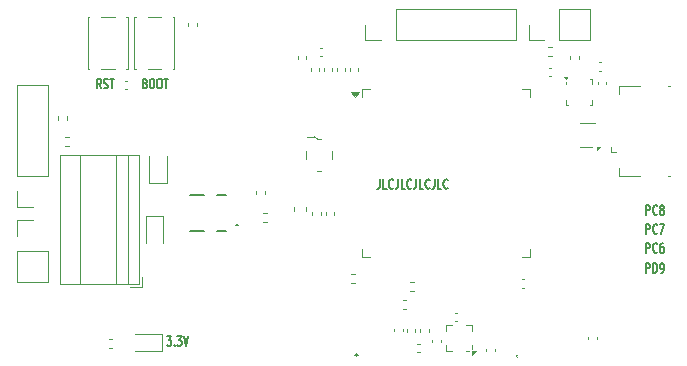
<source format=gbr>
%TF.GenerationSoftware,KiCad,Pcbnew,8.0.6*%
%TF.CreationDate,2025-01-17T09:04:30-05:00*%
%TF.ProjectId,Vanguard_V2,56616e67-7561-4726-945f-56322e6b6963,rev?*%
%TF.SameCoordinates,Original*%
%TF.FileFunction,Legend,Top*%
%TF.FilePolarity,Positive*%
%FSLAX46Y46*%
G04 Gerber Fmt 4.6, Leading zero omitted, Abs format (unit mm)*
G04 Created by KiCad (PCBNEW 8.0.6) date 2025-01-17 09:04:30*
%MOMM*%
%LPD*%
G01*
G04 APERTURE LIST*
%ADD10C,0.150000*%
%ADD11C,0.200000*%
%ADD12C,0.100000*%
%ADD13C,0.120000*%
G04 APERTURE END LIST*
D10*
X110684398Y-100694295D02*
X111055826Y-100694295D01*
X111055826Y-100694295D02*
X110855826Y-100999057D01*
X110855826Y-100999057D02*
X110941541Y-100999057D01*
X110941541Y-100999057D02*
X110998684Y-101037152D01*
X110998684Y-101037152D02*
X111027255Y-101075247D01*
X111027255Y-101075247D02*
X111055826Y-101151438D01*
X111055826Y-101151438D02*
X111055826Y-101341914D01*
X111055826Y-101341914D02*
X111027255Y-101418104D01*
X111027255Y-101418104D02*
X110998684Y-101456200D01*
X110998684Y-101456200D02*
X110941541Y-101494295D01*
X110941541Y-101494295D02*
X110770112Y-101494295D01*
X110770112Y-101494295D02*
X110712969Y-101456200D01*
X110712969Y-101456200D02*
X110684398Y-101418104D01*
X111312970Y-101418104D02*
X111341541Y-101456200D01*
X111341541Y-101456200D02*
X111312970Y-101494295D01*
X111312970Y-101494295D02*
X111284398Y-101456200D01*
X111284398Y-101456200D02*
X111312970Y-101418104D01*
X111312970Y-101418104D02*
X111312970Y-101494295D01*
X111541541Y-100694295D02*
X111912969Y-100694295D01*
X111912969Y-100694295D02*
X111712969Y-100999057D01*
X111712969Y-100999057D02*
X111798684Y-100999057D01*
X111798684Y-100999057D02*
X111855827Y-101037152D01*
X111855827Y-101037152D02*
X111884398Y-101075247D01*
X111884398Y-101075247D02*
X111912969Y-101151438D01*
X111912969Y-101151438D02*
X111912969Y-101341914D01*
X111912969Y-101341914D02*
X111884398Y-101418104D01*
X111884398Y-101418104D02*
X111855827Y-101456200D01*
X111855827Y-101456200D02*
X111798684Y-101494295D01*
X111798684Y-101494295D02*
X111627255Y-101494295D01*
X111627255Y-101494295D02*
X111570112Y-101456200D01*
X111570112Y-101456200D02*
X111541541Y-101418104D01*
X112084398Y-100694295D02*
X112284398Y-101494295D01*
X112284398Y-101494295D02*
X112484398Y-100694295D01*
X105084398Y-79694295D02*
X104884398Y-79313342D01*
X104741541Y-79694295D02*
X104741541Y-78894295D01*
X104741541Y-78894295D02*
X104970112Y-78894295D01*
X104970112Y-78894295D02*
X105027255Y-78932390D01*
X105027255Y-78932390D02*
X105055826Y-78970485D01*
X105055826Y-78970485D02*
X105084398Y-79046676D01*
X105084398Y-79046676D02*
X105084398Y-79160961D01*
X105084398Y-79160961D02*
X105055826Y-79237152D01*
X105055826Y-79237152D02*
X105027255Y-79275247D01*
X105027255Y-79275247D02*
X104970112Y-79313342D01*
X104970112Y-79313342D02*
X104741541Y-79313342D01*
X105312969Y-79656200D02*
X105398684Y-79694295D01*
X105398684Y-79694295D02*
X105541541Y-79694295D01*
X105541541Y-79694295D02*
X105598684Y-79656200D01*
X105598684Y-79656200D02*
X105627255Y-79618104D01*
X105627255Y-79618104D02*
X105655826Y-79541914D01*
X105655826Y-79541914D02*
X105655826Y-79465723D01*
X105655826Y-79465723D02*
X105627255Y-79389533D01*
X105627255Y-79389533D02*
X105598684Y-79351438D01*
X105598684Y-79351438D02*
X105541541Y-79313342D01*
X105541541Y-79313342D02*
X105427255Y-79275247D01*
X105427255Y-79275247D02*
X105370112Y-79237152D01*
X105370112Y-79237152D02*
X105341541Y-79199057D01*
X105341541Y-79199057D02*
X105312969Y-79122866D01*
X105312969Y-79122866D02*
X105312969Y-79046676D01*
X105312969Y-79046676D02*
X105341541Y-78970485D01*
X105341541Y-78970485D02*
X105370112Y-78932390D01*
X105370112Y-78932390D02*
X105427255Y-78894295D01*
X105427255Y-78894295D02*
X105570112Y-78894295D01*
X105570112Y-78894295D02*
X105655826Y-78932390D01*
X105827255Y-78894295D02*
X106170113Y-78894295D01*
X105998684Y-79694295D02*
X105998684Y-78894295D01*
X151241541Y-93594295D02*
X151241541Y-92794295D01*
X151241541Y-92794295D02*
X151470112Y-92794295D01*
X151470112Y-92794295D02*
X151527255Y-92832390D01*
X151527255Y-92832390D02*
X151555826Y-92870485D01*
X151555826Y-92870485D02*
X151584398Y-92946676D01*
X151584398Y-92946676D02*
X151584398Y-93060961D01*
X151584398Y-93060961D02*
X151555826Y-93137152D01*
X151555826Y-93137152D02*
X151527255Y-93175247D01*
X151527255Y-93175247D02*
X151470112Y-93213342D01*
X151470112Y-93213342D02*
X151241541Y-93213342D01*
X152184398Y-93518104D02*
X152155826Y-93556200D01*
X152155826Y-93556200D02*
X152070112Y-93594295D01*
X152070112Y-93594295D02*
X152012969Y-93594295D01*
X152012969Y-93594295D02*
X151927255Y-93556200D01*
X151927255Y-93556200D02*
X151870112Y-93480009D01*
X151870112Y-93480009D02*
X151841541Y-93403819D01*
X151841541Y-93403819D02*
X151812969Y-93251438D01*
X151812969Y-93251438D02*
X151812969Y-93137152D01*
X151812969Y-93137152D02*
X151841541Y-92984771D01*
X151841541Y-92984771D02*
X151870112Y-92908580D01*
X151870112Y-92908580D02*
X151927255Y-92832390D01*
X151927255Y-92832390D02*
X152012969Y-92794295D01*
X152012969Y-92794295D02*
X152070112Y-92794295D01*
X152070112Y-92794295D02*
X152155826Y-92832390D01*
X152155826Y-92832390D02*
X152184398Y-92870485D01*
X152698684Y-92794295D02*
X152584398Y-92794295D01*
X152584398Y-92794295D02*
X152527255Y-92832390D01*
X152527255Y-92832390D02*
X152498684Y-92870485D01*
X152498684Y-92870485D02*
X152441541Y-92984771D01*
X152441541Y-92984771D02*
X152412969Y-93137152D01*
X152412969Y-93137152D02*
X152412969Y-93441914D01*
X152412969Y-93441914D02*
X152441541Y-93518104D01*
X152441541Y-93518104D02*
X152470112Y-93556200D01*
X152470112Y-93556200D02*
X152527255Y-93594295D01*
X152527255Y-93594295D02*
X152641541Y-93594295D01*
X152641541Y-93594295D02*
X152698684Y-93556200D01*
X152698684Y-93556200D02*
X152727255Y-93518104D01*
X152727255Y-93518104D02*
X152755826Y-93441914D01*
X152755826Y-93441914D02*
X152755826Y-93251438D01*
X152755826Y-93251438D02*
X152727255Y-93175247D01*
X152727255Y-93175247D02*
X152698684Y-93137152D01*
X152698684Y-93137152D02*
X152641541Y-93099057D01*
X152641541Y-93099057D02*
X152527255Y-93099057D01*
X152527255Y-93099057D02*
X152470112Y-93137152D01*
X152470112Y-93137152D02*
X152441541Y-93175247D01*
X152441541Y-93175247D02*
X152412969Y-93251438D01*
X108841541Y-79275247D02*
X108927255Y-79313342D01*
X108927255Y-79313342D02*
X108955826Y-79351438D01*
X108955826Y-79351438D02*
X108984398Y-79427628D01*
X108984398Y-79427628D02*
X108984398Y-79541914D01*
X108984398Y-79541914D02*
X108955826Y-79618104D01*
X108955826Y-79618104D02*
X108927255Y-79656200D01*
X108927255Y-79656200D02*
X108870112Y-79694295D01*
X108870112Y-79694295D02*
X108641541Y-79694295D01*
X108641541Y-79694295D02*
X108641541Y-78894295D01*
X108641541Y-78894295D02*
X108841541Y-78894295D01*
X108841541Y-78894295D02*
X108898684Y-78932390D01*
X108898684Y-78932390D02*
X108927255Y-78970485D01*
X108927255Y-78970485D02*
X108955826Y-79046676D01*
X108955826Y-79046676D02*
X108955826Y-79122866D01*
X108955826Y-79122866D02*
X108927255Y-79199057D01*
X108927255Y-79199057D02*
X108898684Y-79237152D01*
X108898684Y-79237152D02*
X108841541Y-79275247D01*
X108841541Y-79275247D02*
X108641541Y-79275247D01*
X109355826Y-78894295D02*
X109470112Y-78894295D01*
X109470112Y-78894295D02*
X109527255Y-78932390D01*
X109527255Y-78932390D02*
X109584398Y-79008580D01*
X109584398Y-79008580D02*
X109612969Y-79160961D01*
X109612969Y-79160961D02*
X109612969Y-79427628D01*
X109612969Y-79427628D02*
X109584398Y-79580009D01*
X109584398Y-79580009D02*
X109527255Y-79656200D01*
X109527255Y-79656200D02*
X109470112Y-79694295D01*
X109470112Y-79694295D02*
X109355826Y-79694295D01*
X109355826Y-79694295D02*
X109298684Y-79656200D01*
X109298684Y-79656200D02*
X109241541Y-79580009D01*
X109241541Y-79580009D02*
X109212969Y-79427628D01*
X109212969Y-79427628D02*
X109212969Y-79160961D01*
X109212969Y-79160961D02*
X109241541Y-79008580D01*
X109241541Y-79008580D02*
X109298684Y-78932390D01*
X109298684Y-78932390D02*
X109355826Y-78894295D01*
X109984397Y-78894295D02*
X110098683Y-78894295D01*
X110098683Y-78894295D02*
X110155826Y-78932390D01*
X110155826Y-78932390D02*
X110212969Y-79008580D01*
X110212969Y-79008580D02*
X110241540Y-79160961D01*
X110241540Y-79160961D02*
X110241540Y-79427628D01*
X110241540Y-79427628D02*
X110212969Y-79580009D01*
X110212969Y-79580009D02*
X110155826Y-79656200D01*
X110155826Y-79656200D02*
X110098683Y-79694295D01*
X110098683Y-79694295D02*
X109984397Y-79694295D01*
X109984397Y-79694295D02*
X109927255Y-79656200D01*
X109927255Y-79656200D02*
X109870112Y-79580009D01*
X109870112Y-79580009D02*
X109841540Y-79427628D01*
X109841540Y-79427628D02*
X109841540Y-79160961D01*
X109841540Y-79160961D02*
X109870112Y-79008580D01*
X109870112Y-79008580D02*
X109927255Y-78932390D01*
X109927255Y-78932390D02*
X109984397Y-78894295D01*
X110412968Y-78894295D02*
X110755826Y-78894295D01*
X110584397Y-79694295D02*
X110584397Y-78894295D01*
X128712969Y-87394295D02*
X128712969Y-87965723D01*
X128712969Y-87965723D02*
X128684398Y-88080009D01*
X128684398Y-88080009D02*
X128627255Y-88156200D01*
X128627255Y-88156200D02*
X128541541Y-88194295D01*
X128541541Y-88194295D02*
X128484398Y-88194295D01*
X129284398Y-88194295D02*
X128998684Y-88194295D01*
X128998684Y-88194295D02*
X128998684Y-87394295D01*
X129827255Y-88118104D02*
X129798683Y-88156200D01*
X129798683Y-88156200D02*
X129712969Y-88194295D01*
X129712969Y-88194295D02*
X129655826Y-88194295D01*
X129655826Y-88194295D02*
X129570112Y-88156200D01*
X129570112Y-88156200D02*
X129512969Y-88080009D01*
X129512969Y-88080009D02*
X129484398Y-88003819D01*
X129484398Y-88003819D02*
X129455826Y-87851438D01*
X129455826Y-87851438D02*
X129455826Y-87737152D01*
X129455826Y-87737152D02*
X129484398Y-87584771D01*
X129484398Y-87584771D02*
X129512969Y-87508580D01*
X129512969Y-87508580D02*
X129570112Y-87432390D01*
X129570112Y-87432390D02*
X129655826Y-87394295D01*
X129655826Y-87394295D02*
X129712969Y-87394295D01*
X129712969Y-87394295D02*
X129798683Y-87432390D01*
X129798683Y-87432390D02*
X129827255Y-87470485D01*
X130255826Y-87394295D02*
X130255826Y-87965723D01*
X130255826Y-87965723D02*
X130227255Y-88080009D01*
X130227255Y-88080009D02*
X130170112Y-88156200D01*
X130170112Y-88156200D02*
X130084398Y-88194295D01*
X130084398Y-88194295D02*
X130027255Y-88194295D01*
X130827255Y-88194295D02*
X130541541Y-88194295D01*
X130541541Y-88194295D02*
X130541541Y-87394295D01*
X131370112Y-88118104D02*
X131341540Y-88156200D01*
X131341540Y-88156200D02*
X131255826Y-88194295D01*
X131255826Y-88194295D02*
X131198683Y-88194295D01*
X131198683Y-88194295D02*
X131112969Y-88156200D01*
X131112969Y-88156200D02*
X131055826Y-88080009D01*
X131055826Y-88080009D02*
X131027255Y-88003819D01*
X131027255Y-88003819D02*
X130998683Y-87851438D01*
X130998683Y-87851438D02*
X130998683Y-87737152D01*
X130998683Y-87737152D02*
X131027255Y-87584771D01*
X131027255Y-87584771D02*
X131055826Y-87508580D01*
X131055826Y-87508580D02*
X131112969Y-87432390D01*
X131112969Y-87432390D02*
X131198683Y-87394295D01*
X131198683Y-87394295D02*
X131255826Y-87394295D01*
X131255826Y-87394295D02*
X131341540Y-87432390D01*
X131341540Y-87432390D02*
X131370112Y-87470485D01*
X131798683Y-87394295D02*
X131798683Y-87965723D01*
X131798683Y-87965723D02*
X131770112Y-88080009D01*
X131770112Y-88080009D02*
X131712969Y-88156200D01*
X131712969Y-88156200D02*
X131627255Y-88194295D01*
X131627255Y-88194295D02*
X131570112Y-88194295D01*
X132370112Y-88194295D02*
X132084398Y-88194295D01*
X132084398Y-88194295D02*
X132084398Y-87394295D01*
X132912969Y-88118104D02*
X132884397Y-88156200D01*
X132884397Y-88156200D02*
X132798683Y-88194295D01*
X132798683Y-88194295D02*
X132741540Y-88194295D01*
X132741540Y-88194295D02*
X132655826Y-88156200D01*
X132655826Y-88156200D02*
X132598683Y-88080009D01*
X132598683Y-88080009D02*
X132570112Y-88003819D01*
X132570112Y-88003819D02*
X132541540Y-87851438D01*
X132541540Y-87851438D02*
X132541540Y-87737152D01*
X132541540Y-87737152D02*
X132570112Y-87584771D01*
X132570112Y-87584771D02*
X132598683Y-87508580D01*
X132598683Y-87508580D02*
X132655826Y-87432390D01*
X132655826Y-87432390D02*
X132741540Y-87394295D01*
X132741540Y-87394295D02*
X132798683Y-87394295D01*
X132798683Y-87394295D02*
X132884397Y-87432390D01*
X132884397Y-87432390D02*
X132912969Y-87470485D01*
X133341540Y-87394295D02*
X133341540Y-87965723D01*
X133341540Y-87965723D02*
X133312969Y-88080009D01*
X133312969Y-88080009D02*
X133255826Y-88156200D01*
X133255826Y-88156200D02*
X133170112Y-88194295D01*
X133170112Y-88194295D02*
X133112969Y-88194295D01*
X133912969Y-88194295D02*
X133627255Y-88194295D01*
X133627255Y-88194295D02*
X133627255Y-87394295D01*
X134455826Y-88118104D02*
X134427254Y-88156200D01*
X134427254Y-88156200D02*
X134341540Y-88194295D01*
X134341540Y-88194295D02*
X134284397Y-88194295D01*
X134284397Y-88194295D02*
X134198683Y-88156200D01*
X134198683Y-88156200D02*
X134141540Y-88080009D01*
X134141540Y-88080009D02*
X134112969Y-88003819D01*
X134112969Y-88003819D02*
X134084397Y-87851438D01*
X134084397Y-87851438D02*
X134084397Y-87737152D01*
X134084397Y-87737152D02*
X134112969Y-87584771D01*
X134112969Y-87584771D02*
X134141540Y-87508580D01*
X134141540Y-87508580D02*
X134198683Y-87432390D01*
X134198683Y-87432390D02*
X134284397Y-87394295D01*
X134284397Y-87394295D02*
X134341540Y-87394295D01*
X134341540Y-87394295D02*
X134427254Y-87432390D01*
X134427254Y-87432390D02*
X134455826Y-87470485D01*
X151241541Y-91994295D02*
X151241541Y-91194295D01*
X151241541Y-91194295D02*
X151470112Y-91194295D01*
X151470112Y-91194295D02*
X151527255Y-91232390D01*
X151527255Y-91232390D02*
X151555826Y-91270485D01*
X151555826Y-91270485D02*
X151584398Y-91346676D01*
X151584398Y-91346676D02*
X151584398Y-91460961D01*
X151584398Y-91460961D02*
X151555826Y-91537152D01*
X151555826Y-91537152D02*
X151527255Y-91575247D01*
X151527255Y-91575247D02*
X151470112Y-91613342D01*
X151470112Y-91613342D02*
X151241541Y-91613342D01*
X152184398Y-91918104D02*
X152155826Y-91956200D01*
X152155826Y-91956200D02*
X152070112Y-91994295D01*
X152070112Y-91994295D02*
X152012969Y-91994295D01*
X152012969Y-91994295D02*
X151927255Y-91956200D01*
X151927255Y-91956200D02*
X151870112Y-91880009D01*
X151870112Y-91880009D02*
X151841541Y-91803819D01*
X151841541Y-91803819D02*
X151812969Y-91651438D01*
X151812969Y-91651438D02*
X151812969Y-91537152D01*
X151812969Y-91537152D02*
X151841541Y-91384771D01*
X151841541Y-91384771D02*
X151870112Y-91308580D01*
X151870112Y-91308580D02*
X151927255Y-91232390D01*
X151927255Y-91232390D02*
X152012969Y-91194295D01*
X152012969Y-91194295D02*
X152070112Y-91194295D01*
X152070112Y-91194295D02*
X152155826Y-91232390D01*
X152155826Y-91232390D02*
X152184398Y-91270485D01*
X152384398Y-91194295D02*
X152784398Y-91194295D01*
X152784398Y-91194295D02*
X152527255Y-91994295D01*
X151241541Y-90394295D02*
X151241541Y-89594295D01*
X151241541Y-89594295D02*
X151470112Y-89594295D01*
X151470112Y-89594295D02*
X151527255Y-89632390D01*
X151527255Y-89632390D02*
X151555826Y-89670485D01*
X151555826Y-89670485D02*
X151584398Y-89746676D01*
X151584398Y-89746676D02*
X151584398Y-89860961D01*
X151584398Y-89860961D02*
X151555826Y-89937152D01*
X151555826Y-89937152D02*
X151527255Y-89975247D01*
X151527255Y-89975247D02*
X151470112Y-90013342D01*
X151470112Y-90013342D02*
X151241541Y-90013342D01*
X152184398Y-90318104D02*
X152155826Y-90356200D01*
X152155826Y-90356200D02*
X152070112Y-90394295D01*
X152070112Y-90394295D02*
X152012969Y-90394295D01*
X152012969Y-90394295D02*
X151927255Y-90356200D01*
X151927255Y-90356200D02*
X151870112Y-90280009D01*
X151870112Y-90280009D02*
X151841541Y-90203819D01*
X151841541Y-90203819D02*
X151812969Y-90051438D01*
X151812969Y-90051438D02*
X151812969Y-89937152D01*
X151812969Y-89937152D02*
X151841541Y-89784771D01*
X151841541Y-89784771D02*
X151870112Y-89708580D01*
X151870112Y-89708580D02*
X151927255Y-89632390D01*
X151927255Y-89632390D02*
X152012969Y-89594295D01*
X152012969Y-89594295D02*
X152070112Y-89594295D01*
X152070112Y-89594295D02*
X152155826Y-89632390D01*
X152155826Y-89632390D02*
X152184398Y-89670485D01*
X152527255Y-89937152D02*
X152470112Y-89899057D01*
X152470112Y-89899057D02*
X152441541Y-89860961D01*
X152441541Y-89860961D02*
X152412969Y-89784771D01*
X152412969Y-89784771D02*
X152412969Y-89746676D01*
X152412969Y-89746676D02*
X152441541Y-89670485D01*
X152441541Y-89670485D02*
X152470112Y-89632390D01*
X152470112Y-89632390D02*
X152527255Y-89594295D01*
X152527255Y-89594295D02*
X152641541Y-89594295D01*
X152641541Y-89594295D02*
X152698684Y-89632390D01*
X152698684Y-89632390D02*
X152727255Y-89670485D01*
X152727255Y-89670485D02*
X152755826Y-89746676D01*
X152755826Y-89746676D02*
X152755826Y-89784771D01*
X152755826Y-89784771D02*
X152727255Y-89860961D01*
X152727255Y-89860961D02*
X152698684Y-89899057D01*
X152698684Y-89899057D02*
X152641541Y-89937152D01*
X152641541Y-89937152D02*
X152527255Y-89937152D01*
X152527255Y-89937152D02*
X152470112Y-89975247D01*
X152470112Y-89975247D02*
X152441541Y-90013342D01*
X152441541Y-90013342D02*
X152412969Y-90089533D01*
X152412969Y-90089533D02*
X152412969Y-90241914D01*
X152412969Y-90241914D02*
X152441541Y-90318104D01*
X152441541Y-90318104D02*
X152470112Y-90356200D01*
X152470112Y-90356200D02*
X152527255Y-90394295D01*
X152527255Y-90394295D02*
X152641541Y-90394295D01*
X152641541Y-90394295D02*
X152698684Y-90356200D01*
X152698684Y-90356200D02*
X152727255Y-90318104D01*
X152727255Y-90318104D02*
X152755826Y-90241914D01*
X152755826Y-90241914D02*
X152755826Y-90089533D01*
X152755826Y-90089533D02*
X152727255Y-90013342D01*
X152727255Y-90013342D02*
X152698684Y-89975247D01*
X152698684Y-89975247D02*
X152641541Y-89937152D01*
X151241541Y-95294295D02*
X151241541Y-94494295D01*
X151241541Y-94494295D02*
X151470112Y-94494295D01*
X151470112Y-94494295D02*
X151527255Y-94532390D01*
X151527255Y-94532390D02*
X151555826Y-94570485D01*
X151555826Y-94570485D02*
X151584398Y-94646676D01*
X151584398Y-94646676D02*
X151584398Y-94760961D01*
X151584398Y-94760961D02*
X151555826Y-94837152D01*
X151555826Y-94837152D02*
X151527255Y-94875247D01*
X151527255Y-94875247D02*
X151470112Y-94913342D01*
X151470112Y-94913342D02*
X151241541Y-94913342D01*
X151841541Y-95294295D02*
X151841541Y-94494295D01*
X151841541Y-94494295D02*
X151984398Y-94494295D01*
X151984398Y-94494295D02*
X152070112Y-94532390D01*
X152070112Y-94532390D02*
X152127255Y-94608580D01*
X152127255Y-94608580D02*
X152155826Y-94684771D01*
X152155826Y-94684771D02*
X152184398Y-94837152D01*
X152184398Y-94837152D02*
X152184398Y-94951438D01*
X152184398Y-94951438D02*
X152155826Y-95103819D01*
X152155826Y-95103819D02*
X152127255Y-95180009D01*
X152127255Y-95180009D02*
X152070112Y-95256200D01*
X152070112Y-95256200D02*
X151984398Y-95294295D01*
X151984398Y-95294295D02*
X151841541Y-95294295D01*
X152470112Y-95294295D02*
X152584398Y-95294295D01*
X152584398Y-95294295D02*
X152641541Y-95256200D01*
X152641541Y-95256200D02*
X152670112Y-95218104D01*
X152670112Y-95218104D02*
X152727255Y-95103819D01*
X152727255Y-95103819D02*
X152755826Y-94951438D01*
X152755826Y-94951438D02*
X152755826Y-94646676D01*
X152755826Y-94646676D02*
X152727255Y-94570485D01*
X152727255Y-94570485D02*
X152698684Y-94532390D01*
X152698684Y-94532390D02*
X152641541Y-94494295D01*
X152641541Y-94494295D02*
X152527255Y-94494295D01*
X152527255Y-94494295D02*
X152470112Y-94532390D01*
X152470112Y-94532390D02*
X152441541Y-94570485D01*
X152441541Y-94570485D02*
X152412969Y-94646676D01*
X152412969Y-94646676D02*
X152412969Y-94837152D01*
X152412969Y-94837152D02*
X152441541Y-94913342D01*
X152441541Y-94913342D02*
X152470112Y-94951438D01*
X152470112Y-94951438D02*
X152527255Y-94989533D01*
X152527255Y-94989533D02*
X152641541Y-94989533D01*
X152641541Y-94989533D02*
X152698684Y-94951438D01*
X152698684Y-94951438D02*
X152727255Y-94913342D01*
X152727255Y-94913342D02*
X152755826Y-94837152D01*
D11*
%TO.C,Q1*%
X112625000Y-91800000D02*
X113850000Y-91800000D01*
X112625000Y-88750000D02*
X113850000Y-88750000D01*
X114950000Y-88750000D02*
X115675000Y-88750000D01*
X114950000Y-91800000D02*
X115675000Y-91800000D01*
X116550000Y-91250000D02*
X116550000Y-91250000D01*
X116650000Y-91250000D02*
X116650000Y-91250000D01*
X116550000Y-91250000D02*
X116550000Y-91250000D01*
X116650000Y-91250000D02*
G75*
G02*
X116550000Y-91250000I-50000J0D01*
G01*
X116550000Y-91250000D02*
G75*
G02*
X116650000Y-91250000I50000J0D01*
G01*
X116650000Y-91250000D02*
G75*
G02*
X116550000Y-91250000I-50000J0D01*
G01*
D12*
%TO.C,IC3*%
X140272000Y-102402000D02*
X140272000Y-102402000D01*
X140272000Y-102302000D02*
X140272000Y-102302000D01*
X140272000Y-102302000D02*
G75*
G02*
X140272000Y-102402000I0J-50000D01*
G01*
X140272000Y-102402000D02*
G75*
G02*
X140272000Y-102302000I0J50000D01*
G01*
D13*
%TO.C,J1*%
X97984000Y-90867000D02*
X99314000Y-90867000D01*
X97984000Y-92197000D02*
X97984000Y-90867000D01*
X97984000Y-93467000D02*
X97984000Y-96067000D01*
X97984000Y-93467000D02*
X100644000Y-93467000D01*
X97984000Y-96067000D02*
X100644000Y-96067000D01*
X100644000Y-93467000D02*
X100644000Y-96067000D01*
%TO.C,J5*%
X141286000Y-75625000D02*
X141286000Y-74295000D01*
X142616000Y-75625000D02*
X141286000Y-75625000D01*
X143886000Y-72965000D02*
X146486000Y-72965000D01*
X143886000Y-75625000D02*
X143886000Y-72965000D01*
X143886000Y-75625000D02*
X146486000Y-75625000D01*
X146486000Y-75625000D02*
X146486000Y-72965000D01*
%TO.C,R4*%
X105746359Y-100920000D02*
X106053641Y-100920000D01*
X105746359Y-101680000D02*
X106053641Y-101680000D01*
%TO.C,R8*%
X101420000Y-82056359D02*
X101420000Y-82363641D01*
X102180000Y-82056359D02*
X102180000Y-82363641D01*
%TO.C,U4*%
X144422000Y-79325000D02*
X144422000Y-79130000D01*
X144432000Y-81120000D02*
X144432000Y-80695000D01*
X144607000Y-81120000D02*
X144432000Y-81120000D01*
X146477000Y-78900000D02*
X146652000Y-78900000D01*
X146477000Y-81120000D02*
X146652000Y-81120000D01*
X146652000Y-78900000D02*
X146652000Y-79325000D01*
X146652000Y-81120000D02*
X146652000Y-80695000D01*
X144422000Y-78890000D02*
X144282000Y-78700000D01*
X144562000Y-78700000D01*
X144422000Y-78890000D01*
G36*
X144422000Y-78890000D02*
G01*
X144282000Y-78700000D01*
X144562000Y-78700000D01*
X144422000Y-78890000D01*
G37*
%TO.C,C18*%
X107307836Y-79040000D02*
X107092164Y-79040000D01*
X107307836Y-79760000D02*
X107092164Y-79760000D01*
%TO.C,C27*%
X132101000Y-100310836D02*
X132101000Y-100095164D01*
X132821000Y-100310836D02*
X132821000Y-100095164D01*
%TO.C,C3*%
X122957000Y-90376836D02*
X122957000Y-90161164D01*
X123677000Y-90376836D02*
X123677000Y-90161164D01*
%TO.C,C24*%
X130958000Y-100282836D02*
X130958000Y-100067164D01*
X131678000Y-100282836D02*
X131678000Y-100067164D01*
%TO.C,C20*%
X143207836Y-77940000D02*
X142992164Y-77940000D01*
X143207836Y-78660000D02*
X142992164Y-78660000D01*
%TO.C,D4*%
X108865000Y-90515000D02*
X108865000Y-92800000D01*
X110335000Y-90515000D02*
X108865000Y-90515000D01*
X110335000Y-92800000D02*
X110335000Y-90515000D01*
%TO.C,C4*%
X124100000Y-90404836D02*
X124100000Y-90189164D01*
X124820000Y-90404836D02*
X124820000Y-90189164D01*
D11*
%TO.C,IC4*%
X126635000Y-102264000D02*
X126635000Y-102264000D01*
X126835000Y-102264000D02*
X126835000Y-102264000D01*
X126635000Y-102264000D02*
G75*
G02*
X126835000Y-102264000I100000J0D01*
G01*
X126835000Y-102264000D02*
G75*
G02*
X126635000Y-102264000I-100000J0D01*
G01*
D13*
%TO.C,C9*%
X122840000Y-77992164D02*
X122840000Y-78207836D01*
X123560000Y-77992164D02*
X123560000Y-78207836D01*
%TO.C,C19*%
X140692164Y-95840000D02*
X140907836Y-95840000D01*
X140692164Y-96560000D02*
X140907836Y-96560000D01*
%TO.C,SW2*%
X107901000Y-73619000D02*
X107901000Y-78019000D01*
X107901000Y-78019000D02*
X108021000Y-78019000D01*
X108021000Y-73619000D02*
X107901000Y-73619000D01*
X109031000Y-78019000D02*
X110171000Y-78019000D01*
X110171000Y-73619000D02*
X109031000Y-73619000D01*
X111181000Y-78019000D02*
X111301000Y-78019000D01*
X111301000Y-73619000D02*
X111181000Y-73619000D01*
X111301000Y-78019000D02*
X111301000Y-73619000D01*
%TO.C,R5*%
X112420000Y-74146359D02*
X112420000Y-74453641D01*
X113180000Y-74146359D02*
X113180000Y-74453641D01*
%TO.C,D5*%
X109165000Y-85400000D02*
X109165000Y-87685000D01*
X109165000Y-87685000D02*
X110635000Y-87685000D01*
X110635000Y-87685000D02*
X110635000Y-85400000D01*
%TO.C,C26*%
X129930932Y-100279768D02*
X129930932Y-100064096D01*
X130650932Y-100279768D02*
X130650932Y-100064096D01*
%TO.C,SW1*%
X103964000Y-73619000D02*
X103964000Y-78019000D01*
X103964000Y-78019000D02*
X104084000Y-78019000D01*
X104084000Y-73619000D02*
X103964000Y-73619000D01*
X105094000Y-78019000D02*
X106234000Y-78019000D01*
X106234000Y-73619000D02*
X105094000Y-73619000D01*
X107244000Y-78019000D02*
X107364000Y-78019000D01*
X107364000Y-73619000D02*
X107244000Y-73619000D01*
X107364000Y-78019000D02*
X107364000Y-73619000D01*
%TO.C,C1*%
X147427836Y-77491000D02*
X147212164Y-77491000D01*
X147427836Y-78211000D02*
X147212164Y-78211000D01*
%TO.C,R13*%
X118846359Y-90220000D02*
X119153641Y-90220000D01*
X118846359Y-90980000D02*
X119153641Y-90980000D01*
%TO.C,C29*%
X132060836Y-101340000D02*
X131845164Y-101340000D01*
X132060836Y-102060000D02*
X131845164Y-102060000D01*
%TO.C,C2*%
X147140000Y-79355836D02*
X147140000Y-79140164D01*
X147860000Y-79355836D02*
X147860000Y-79140164D01*
%TO.C,C28*%
X135235836Y-98700000D02*
X135020164Y-98700000D01*
X135235836Y-99420000D02*
X135020164Y-99420000D01*
%TO.C,R6*%
X131553641Y-96120000D02*
X131246359Y-96120000D01*
X131553641Y-96880000D02*
X131246359Y-96880000D01*
%TO.C,U1*%
X127201000Y-79766000D02*
X127201000Y-80466000D01*
X127201000Y-93986000D02*
X127201000Y-93286000D01*
X127901000Y-79766000D02*
X127201000Y-79766000D01*
X127901000Y-93986000D02*
X127201000Y-93986000D01*
X140721000Y-79766000D02*
X141421000Y-79766000D01*
X140721000Y-93986000D02*
X141421000Y-93986000D01*
X141421000Y-79766000D02*
X141421000Y-80466000D01*
X141421000Y-93986000D02*
X141421000Y-93286000D01*
X126573500Y-80466000D02*
X126233500Y-79996000D01*
X126913500Y-79996000D01*
X126573500Y-80466000D01*
G36*
X126573500Y-80466000D02*
G01*
X126233500Y-79996000D01*
X126913500Y-79996000D01*
X126573500Y-80466000D01*
G37*
%TO.C,C10*%
X123940000Y-77992164D02*
X123940000Y-78207836D01*
X124660000Y-77992164D02*
X124660000Y-78207836D01*
%TO.C,C30*%
X133117000Y-101199836D02*
X133117000Y-100984164D01*
X133837000Y-101199836D02*
X133837000Y-100984164D01*
%TO.C,U5*%
X134282000Y-99738000D02*
X134782000Y-99738000D01*
X134282000Y-100238000D02*
X134282000Y-99738000D01*
X134282000Y-101438000D02*
X134282000Y-101438000D01*
X134282000Y-101938000D02*
X134282000Y-101438000D01*
X134782000Y-99738000D02*
X134782000Y-99738000D01*
X134782000Y-101938000D02*
X134282000Y-101938000D01*
X135982000Y-99738000D02*
X136482000Y-99738000D01*
X135982000Y-101938000D02*
X136282000Y-101938000D01*
X136482000Y-99738000D02*
X136482000Y-100238000D01*
X136482000Y-100238000D02*
X136482000Y-100238000D01*
X136482000Y-101438000D02*
X136482000Y-101738000D01*
X136482000Y-101938000D02*
X136482000Y-101938000D01*
X136482000Y-102298000D02*
X136482000Y-101938000D01*
X136842000Y-101938000D01*
X136482000Y-102298000D01*
G36*
X136482000Y-102298000D02*
G01*
X136482000Y-101938000D01*
X136842000Y-101938000D01*
X136482000Y-102298000D01*
G37*
%TO.C,R7*%
X126246359Y-95420000D02*
X126553641Y-95420000D01*
X126246359Y-96180000D02*
X126553641Y-96180000D01*
%TO.C,R14*%
X118220000Y-88346359D02*
X118220000Y-88653641D01*
X118980000Y-88346359D02*
X118980000Y-88653641D01*
%TO.C,C14*%
X123592164Y-76240000D02*
X123807836Y-76240000D01*
X123592164Y-76960000D02*
X123807836Y-76960000D01*
%TO.C,C22*%
X146325000Y-100945836D02*
X146325000Y-100730164D01*
X147045000Y-100945836D02*
X147045000Y-100730164D01*
%TO.C,J8*%
X148282000Y-85091000D02*
X148282000Y-84641000D01*
X148282000Y-85091000D02*
X148672000Y-85091000D01*
X148982000Y-79521000D02*
X148982000Y-80171000D01*
X148982000Y-87141000D02*
X148982000Y-86481000D01*
X150712000Y-79521000D02*
X148982000Y-79521000D01*
X150712000Y-87141000D02*
X148982000Y-87141000D01*
X153282000Y-79521000D02*
X153072000Y-79521000D01*
X153282000Y-87141000D02*
X153072000Y-87141000D01*
%TO.C,R2*%
X143282641Y-76201000D02*
X142975359Y-76201000D01*
X143282641Y-76961000D02*
X142975359Y-76961000D01*
%TO.C,U3*%
X145622000Y-82658500D02*
X146922000Y-82658500D01*
X145622000Y-84638500D02*
X146672000Y-84638500D01*
X147042000Y-84918500D02*
X147042000Y-84638500D01*
X147322000Y-84638500D01*
X147042000Y-84918500D01*
G36*
X147042000Y-84918500D02*
G01*
X147042000Y-84638500D01*
X147322000Y-84638500D01*
X147042000Y-84918500D01*
G37*
%TO.C,FB1*%
X121410000Y-89775420D02*
X121410000Y-90056580D01*
X122430000Y-89775420D02*
X122430000Y-90056580D01*
%TO.C,C13*%
X121740000Y-77207836D02*
X121740000Y-76992164D01*
X122460000Y-77207836D02*
X122460000Y-76992164D01*
%TO.C,D1*%
X108000000Y-101935000D02*
X110285000Y-101935000D01*
X110285000Y-100465000D02*
X108000000Y-100465000D01*
X110285000Y-101935000D02*
X110285000Y-100465000D01*
%TO.C,J2*%
X127448000Y-75625000D02*
X127448000Y-74295000D01*
X128778000Y-75625000D02*
X127448000Y-75625000D01*
X130048000Y-72965000D02*
X140268000Y-72965000D01*
X130048000Y-75625000D02*
X130048000Y-72965000D01*
X130048000Y-75625000D02*
X140268000Y-75625000D01*
X140268000Y-75625000D02*
X140268000Y-72965000D01*
%TO.C,J4*%
X97984000Y-87122000D02*
X97984000Y-79442000D01*
X97984000Y-89722000D02*
X97984000Y-88392000D01*
X99314000Y-89722000D02*
X97984000Y-89722000D01*
X100644000Y-79442000D02*
X97984000Y-79442000D01*
X100644000Y-87122000D02*
X97984000Y-87122000D01*
X100644000Y-87122000D02*
X100644000Y-79442000D01*
%TO.C,C21*%
X137689000Y-101746164D02*
X137689000Y-101961836D01*
X138409000Y-101746164D02*
X138409000Y-101961836D01*
%TO.C,C11*%
X125040000Y-77992164D02*
X125040000Y-78207836D01*
X125760000Y-77992164D02*
X125760000Y-78207836D01*
%TO.C,X1*%
X122461000Y-85664000D02*
X122461000Y-85024000D01*
X123191000Y-83784000D02*
X122501000Y-83784000D01*
X123401000Y-86704000D02*
X123741000Y-86704000D01*
X123411000Y-83984000D02*
X123741000Y-83984000D01*
X124681000Y-85664000D02*
X124681000Y-85024000D01*
X123191000Y-83784000D02*
G75*
G02*
X123411001Y-83984000I-90001J-320002D01*
G01*
%TO.C,J6*%
X101580000Y-85360000D02*
X108320000Y-85360000D01*
X101580000Y-96260000D02*
X101580000Y-85360000D01*
X101580000Y-96260000D02*
X108320000Y-96260000D01*
X103299000Y-96260000D02*
X103299000Y-85360000D01*
X106400000Y-96260000D02*
X106400000Y-85360000D01*
X107400000Y-96260000D02*
X107400000Y-85360000D01*
X107520000Y-96500000D02*
X108560000Y-96500000D01*
X108320000Y-96260000D02*
X108320000Y-85360000D01*
X108560000Y-96500000D02*
X108560000Y-95700000D01*
%TO.C,R9*%
X102353641Y-83810000D02*
X102046359Y-83810000D01*
X102353641Y-84570000D02*
X102046359Y-84570000D01*
%TO.C,C12*%
X126140000Y-77992164D02*
X126140000Y-78207836D01*
X126860000Y-77992164D02*
X126860000Y-78207836D01*
%TO.C,R1*%
X144781000Y-77242641D02*
X144781000Y-76935359D01*
X145541000Y-77242641D02*
X145541000Y-76935359D01*
%TO.C,C25*%
X130692164Y-97640000D02*
X130907836Y-97640000D01*
X130692164Y-98360000D02*
X130907836Y-98360000D01*
%TD*%
M02*

</source>
